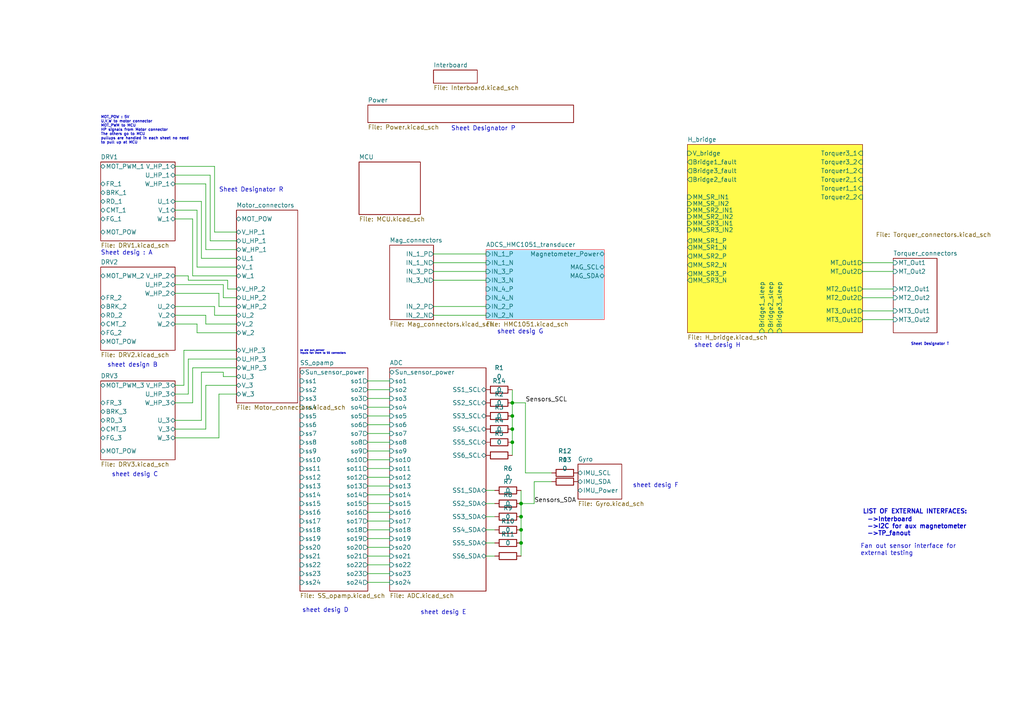
<source format=kicad_sch>
(kicad_sch (version 20211123) (generator eeschema)
  (paper "A4")
  (lib_symbols
    (symbol "Device:R" (pin_numbers hide) (pin_names (offset 0))
      (property "Reference" "R" (at 2.032 0 90))
      (property "Value" "R" (at 0 0 90))
      (symbol "R_0_1"
        (rectangle (start -1.016 -2.54) (end 1.016 2.54) (stroke (width 0.254)))
      )
      (symbol "R_1_1"
        (pin passive line (at 0 3.81 270) (length 1.27) (name "~") (number "1"))
        (pin passive line (at 0 -3.81 90) (length 1.27) (name "~") (number "2"))
      )
    )
  )
  (junction (at 148.59 120.65))
  (junction (at 148.59 116.84))
  (junction (at 148.59 128.27))
  (junction (at 151.13 157.48))
  (junction (at 151.13 146.05))
  (junction (at 151.13 153.67))
  (junction (at 151.13 149.86))
  (junction (at 148.59 124.46))
  (wire (pts (xy 148.59 113.03) (xy 148.59 116.84)))
  (wire (pts (xy 64.77 107.95) (xy 64.77 109.22)))
  (wire (pts (xy 50.8 111.76) (xy 53.34 111.76)))
  (wire (pts (xy 106.68 125.73) (xy 113.03 125.73)))
  (wire (pts (xy 50.8 127) (xy 63.5 127)))
  (wire (pts (xy 63.5 127) (xy 63.5 114.3)))
  (wire (pts (xy 106.68 138.43) (xy 113.03 138.43)))
  (wire (pts (xy 55.88 63.5) (xy 50.8 63.5)))
  (wire (pts (xy 50.8 50.8) (xy 60.96 50.8)))
  (wire (pts (xy 125.73 76.2) (xy 140.97 76.2)))
  (wire (pts (xy 106.68 128.27) (xy 113.03 128.27)))
  (wire (pts (xy 54.61 104.14) (xy 68.58 104.14)))
  (wire (pts (xy 59.69 72.39) (xy 68.58 72.39)))
  (wire (pts (xy 250.19 92.71) (xy 259.08 92.71)))
  (wire (pts (xy 50.8 121.92) (xy 58.42 121.92)))
  (wire (pts (xy 66.04 81.28) (xy 66.04 83.82)))
  (wire (pts (xy 106.68 148.59) (xy 113.03 148.59)))
  (wire (pts (xy 50.8 80.01) (xy 54.61 80.01)))
  (wire (pts (xy 50.8 48.26) (xy 62.23 48.26)))
  (wire (pts (xy 62.23 88.9) (xy 62.23 91.44)))
  (wire (pts (xy 151.13 157.48) (xy 151.13 161.29)))
  (wire (pts (xy 50.8 82.55) (xy 64.77 82.55)))
  (wire (pts (xy 148.59 116.84) (xy 148.59 120.65)))
  (wire (pts (xy 59.69 111.76) (xy 59.69 124.46)))
  (wire (pts (xy 59.69 124.46) (xy 50.8 124.46)))
  (wire (pts (xy 148.59 120.65) (xy 148.59 124.46)))
  (wire (pts (xy 57.15 93.98) (xy 50.8 93.98)))
  (wire (pts (xy 151.13 142.24) (xy 151.13 146.05)))
  (wire (pts (xy 106.68 168.91) (xy 113.03 168.91)))
  (wire (pts (xy 106.68 140.97) (xy 113.03 140.97)))
  (wire (pts (xy 63.5 88.9) (xy 68.58 88.9)))
  (wire (pts (xy 106.68 151.13) (xy 113.03 151.13)))
  (wire (pts (xy 250.19 86.36) (xy 259.08 86.36)))
  (wire (pts (xy 106.68 133.35) (xy 113.03 133.35)))
  (wire (pts (xy 57.15 60.96) (xy 57.15 77.47)))
  (wire (pts (xy 125.73 88.9) (xy 140.97 88.9)))
  (wire (pts (xy 50.8 91.44) (xy 59.69 91.44)))
  (wire (pts (xy 148.59 128.27) (xy 148.59 132.08)))
  (wire (pts (xy 50.8 85.09) (xy 63.5 85.09)))
  (wire (pts (xy 58.42 74.93) (xy 58.42 58.42)))
  (wire (pts (xy 154.94 139.7) (xy 154.94 146.05)))
  (wire (pts (xy 140.97 161.29) (xy 143.51 161.29)))
  (wire (pts (xy 62.23 48.26) (xy 62.23 67.31)))
  (wire (pts (xy 106.68 120.65) (xy 113.03 120.65)))
  (wire (pts (xy 64.77 82.55) (xy 64.77 86.36)))
  (wire (pts (xy 160.02 137.16) (xy 152.4 137.16)))
  (wire (pts (xy 125.73 91.44) (xy 140.97 91.44)))
  (wire (pts (xy 106.68 110.49) (xy 113.03 110.49)))
  (wire (pts (xy 106.68 130.81) (xy 113.03 130.81)))
  (wire (pts (xy 53.34 101.6) (xy 68.58 101.6)))
  (wire (pts (xy 106.68 163.83) (xy 113.03 163.83)))
  (wire (pts (xy 53.34 111.76) (xy 53.34 101.6)))
  (wire (pts (xy 125.73 78.74) (xy 140.97 78.74)))
  (wire (pts (xy 160.02 139.7) (xy 154.94 139.7)))
  (wire (pts (xy 68.58 106.68) (xy 55.88 106.68)))
  (wire (pts (xy 55.88 80.01) (xy 55.88 63.5)))
  (wire (pts (xy 62.23 67.31) (xy 68.58 67.31)))
  (wire (pts (xy 55.88 106.68) (xy 55.88 116.84)))
  (wire (pts (xy 140.97 153.67) (xy 143.51 153.67)))
  (wire (pts (xy 54.61 114.3) (xy 54.61 104.14)))
  (wire (pts (xy 140.97 157.48) (xy 143.51 157.48)))
  (wire (pts (xy 57.15 77.47) (xy 68.58 77.47)))
  (wire (pts (xy 106.68 153.67) (xy 113.03 153.67)))
  (wire (pts (xy 59.69 91.44) (xy 59.69 93.98)))
  (wire (pts (xy 250.19 83.82) (xy 259.08 83.82)))
  (wire (pts (xy 55.88 116.84) (xy 50.8 116.84)))
  (wire (pts (xy 57.15 96.52) (xy 57.15 93.98)))
  (wire (pts (xy 50.8 88.9) (xy 62.23 88.9)))
  (wire (pts (xy 68.58 111.76) (xy 59.69 111.76)))
  (wire (pts (xy 106.68 115.57) (xy 113.03 115.57)))
  (wire (pts (xy 106.68 166.37) (xy 113.03 166.37)))
  (wire (pts (xy 54.61 81.28) (xy 66.04 81.28)))
  (wire (pts (xy 250.19 76.2) (xy 259.08 76.2)))
  (wire (pts (xy 106.68 123.19) (xy 113.03 123.19)))
  (wire (pts (xy 58.42 121.92) (xy 58.42 107.95)))
  (wire (pts (xy 125.73 81.28) (xy 140.97 81.28)))
  (wire (pts (xy 106.68 135.89) (xy 113.03 135.89)))
  (wire (pts (xy 250.19 90.17) (xy 259.08 90.17)))
  (wire (pts (xy 148.59 124.46) (xy 148.59 128.27)))
  (wire (pts (xy 151.13 146.05) (xy 154.94 146.05)))
  (wire (pts (xy 50.8 114.3) (xy 54.61 114.3)))
  (wire (pts (xy 50.8 60.96) (xy 57.15 60.96)))
  (wire (pts (xy 59.69 93.98) (xy 68.58 93.98)))
  (wire (pts (xy 106.68 161.29) (xy 113.03 161.29)))
  (wire (pts (xy 66.04 83.82) (xy 68.58 83.82)))
  (wire (pts (xy 68.58 80.01) (xy 55.88 80.01)))
  (wire (pts (xy 152.4 137.16) (xy 152.4 116.84)))
  (wire (pts (xy 63.5 114.3) (xy 68.58 114.3)))
  (wire (pts (xy 140.97 146.05) (xy 143.51 146.05)))
  (wire (pts (xy 140.97 142.24) (xy 143.51 142.24)))
  (wire (pts (xy 151.13 146.05) (xy 151.13 149.86)))
  (wire (pts (xy 148.59 116.84) (xy 152.4 116.84)))
  (wire (pts (xy 106.68 158.75) (xy 113.03 158.75)))
  (wire (pts (xy 106.68 113.03) (xy 113.03 113.03)))
  (wire (pts (xy 106.68 146.05) (xy 113.03 146.05)))
  (wire (pts (xy 68.58 96.52) (xy 57.15 96.52)))
  (wire (pts (xy 151.13 153.67) (xy 151.13 157.48)))
  (wire (pts (xy 62.23 91.44) (xy 68.58 91.44)))
  (wire (pts (xy 140.97 149.86) (xy 143.51 149.86)))
  (wire (pts (xy 106.68 143.51) (xy 113.03 143.51)))
  (wire (pts (xy 106.68 156.21) (xy 113.03 156.21)))
  (wire (pts (xy 125.73 73.66) (xy 140.97 73.66)))
  (wire (pts (xy 63.5 85.09) (xy 63.5 88.9)))
  (wire (pts (xy 58.42 107.95) (xy 64.77 107.95)))
  (wire (pts (xy 59.69 53.34) (xy 59.69 72.39)))
  (wire (pts (xy 68.58 74.93) (xy 58.42 74.93)))
  (wire (pts (xy 151.13 149.86) (xy 151.13 153.67)))
  (wire (pts (xy 60.96 69.85) (xy 68.58 69.85)))
  (wire (pts (xy 106.68 118.11) (xy 113.03 118.11)))
  (wire (pts (xy 64.77 86.36) (xy 68.58 86.36)))
  (wire (pts (xy 58.42 58.42) (xy 50.8 58.42)))
  (wire (pts (xy 60.96 50.8) (xy 60.96 69.85)))
  (wire (pts (xy 64.77 109.22) (xy 68.58 109.22)))
  (wire (pts (xy 250.19 78.74) (xy 259.08 78.74)))
  (wire (pts (xy 50.8 53.34) (xy 59.69 53.34)))
  (wire (pts (xy 54.61 80.01) (xy 54.61 81.28)))
  (text "ss are sun_sensor \ninputs fan them to SS connectors\n" (at 86.995 102.87 0) (effects (font (size 0.508 0.508)) (justify left bottom)))
  (text "Sheet desig : A\n\n" (at 29.21 76.2 0) (effects (font (size 1.27 1.27)) (justify left bottom)))
  (text "Sheet Designator R\n" (at 63.5 55.88 0) (effects (font (size 1.27 1.27)) (justify left bottom)))
  (text "sheet desig D\n" (at 87.63 177.8 0) (effects (font (size 1.27 1.27)) (justify left bottom)))
  (text "->Interboard\n->I2C for aux magnetometer\n->TP_fanout" (at 251.46 155.575 0) (effects (font (size 1.27 1.27) bold) (justify left bottom)))
  (text "Sheet Designator T \n" (at 264.16 100.33 0) (effects (font (size 0.762 0.762)) (justify left bottom)))
  (text "sheet design B\n" (at 31.115 106.68 0) (effects (font (size 1.27 1.27)) (justify left bottom)))
  (text "sheet desig G\n\n" (at 144.145 99.06 0) (effects (font (size 1.27 1.27)) (justify left bottom)))
  (text "sheet desig E\n" (at 121.92 178.435 0) (effects (font (size 1.27 1.27)) (justify left bottom)))
  (text "Sheet Designator P\n" (at 130.81 38.1 0) (effects (font (size 1.27 1.27)) (justify left bottom)))
  (text "sheet desig F" (at 183.515 141.605 0) (effects (font (size 1.27 1.27)) (justify left bottom)))
  (text "Fan out sensor interface for \nexternal testing \n" (at 249.555 161.29 0) (effects (font (size 1.27 1.27)) (justify left bottom)))
  (text "sheet desig C \n" (at 32.385 138.43 0) (effects (font (size 1.27 1.27)) (justify left bottom)))
  (text "MOT_POW : 5V \nU,V,W to motor connector\nMOT_PWM to MCU\nHP signals from Motor connector\nThe others go to MCU \npullups are handled in each sheet no need \nto pull up at MCU \n" (at 29.21 41.91 0) (effects (font (size 0.762 0.762)) (justify left bottom)))
  (text "LIST OF EXTERNAL INTERFACES:\n" (at 250.19 149.225 0) (effects (font (size 1.27 1.27) (thickness 0.254) bold) (justify left bottom)))
  (text "sheet desig H\n" (at 201.295 100.965 0) (effects (font (size 1.27 1.27)) (justify left bottom)))
  (label "Sensors_SDA" (at 154.94 146.05 0))
  (label "Sensors_SCL" (at 152.4 116.84 0))
  (symbol (lib_id "Device:R") (at 163.83 139.7 90) (unit 1)
    (property "Reference" "R13" (at 163.83 133.35 90))
    (property "Value" "0" (at 163.83 135.89 90))
  )
  (symbol (lib_id "Device:R") (at 144.78 124.46 90) (unit 1)
    (property "Reference" "R3" (at 144.78 118.11 90))
    (property "Value" "0" (at 144.78 120.65 90))
  )
  (symbol (lib_id "Device:R") (at 144.78 128.27 90) (unit 1)
    (property "Reference" "R4" (at 144.78 121.92 90))
    (property "Value" "0" (at 144.78 124.46 90))
  )
  (symbol (lib_id "Device:R") (at 147.32 142.24 90) (unit 1)
    (property "Reference" "R6" (at 147.32 135.89 90))
    (property "Value" "0" (at 147.32 138.43 90))
  )
  (symbol (lib_id "Device:R") (at 144.78 132.08 90) (unit 1)
    (property "Reference" "R5" (at 144.78 125.73 90))
    (property "Value" "0" (at 144.78 128.27 90))
  )
  (symbol (lib_id "Device:R") (at 147.32 149.86 90) (unit 1)
    (property "Reference" "R8" (at 147.32 143.51 90))
    (property "Value" "0" (at 147.32 146.05 90))
  )
  (symbol (lib_id "Device:R") (at 147.32 157.48 90) (unit 1)
    (property "Reference" "R10" (at 147.32 151.13 90))
    (property "Value" "0" (at 147.32 153.67 90))
  )
  (symbol (lib_id "Device:R") (at 163.83 137.16 90) (unit 1)
    (property "Reference" "R12" (at 163.83 130.81 90))
    (property "Value" "0" (at 163.83 133.35 90))
  )
  (symbol (lib_id "Device:R") (at 144.78 120.65 90) (unit 1)
    (property "Reference" "R2" (at 144.78 114.3 90))
    (property "Value" "0" (at 144.78 116.84 90))
  )
  (symbol (lib_id "Device:R") (at 147.32 146.05 90) (unit 1)
    (property "Reference" "R7" (at 147.32 139.7 90))
    (property "Value" "0" (at 147.32 142.24 90))
  )
  (symbol (lib_id "Device:R") (at 144.78 113.03 90) (unit 1)
    (property "Reference" "R1" (at 144.78 106.68 90))
    (property "Value" "0" (at 144.78 109.22 90))
  )
  (symbol (lib_id "Device:R") (at 147.32 153.67 90) (unit 1)
    (property "Reference" "R9" (at 147.32 147.32 90))
    (property "Value" "0" (at 147.32 149.86 90))
  )
  (symbol (lib_id "Device:R") (at 144.78 116.84 90) (unit 1)
    (property "Reference" "R14" (at 144.78 110.49 90))
    (property "Value" "0" (at 144.78 113.03 90))
  )
  (symbol (lib_id "Device:R") (at 147.32 161.29 90) (unit 1)
    (property "Reference" "R11" (at 147.32 154.94 90))
    (property "Value" "0" (at 147.32 157.48 90))
  )
  (sheet (at 104.14 46.99) (size 17.78 15.24) (stroke (width 0.1524))
    (property "Sheet name" "MCU" (at 104.14 46.2784 0) (effects (justify left bottom)))
    (property "Sheet file" "MCU.kicad_sch" (at 104.14 62.8146 0) (effects (justify left top)))
  )
  (sheet (at 68.58 60.96) (size 17.78 55.88) (stroke (width 0.1524))
    (property "Sheet name" "Motor_connectors" (at 68.58 60.2484 0) (effects (justify left bottom)))
    (property "Sheet file" "Motor_connectors.kicad_sch" (at 68.58 117.4246 0) (effects (justify left top)))
    (pin "V_1" bidirectional (at 68.58 77.47 180))
    (pin "MOT_POW" bidirectional (at 68.58 63.5 180))
    (pin "W_1" bidirectional (at 68.58 80.01 180))
    (pin "W_HP_1" bidirectional (at 68.58 72.39 180))
    (pin "U_HP_2" bidirectional (at 68.58 86.36 180))
    (pin "V_2" bidirectional (at 68.58 93.98 180))
    (pin "W_2" bidirectional (at 68.58 96.52 180))
    (pin "U_2" bidirectional (at 68.58 91.44 180))
    (pin "V_HP_1" bidirectional (at 68.58 67.31 180))
    (pin "U_1" bidirectional (at 68.58 74.93 180))
    (pin "U_HP_1" bidirectional (at 68.58 69.85 180))
    (pin "V_HP_2" bidirectional (at 68.58 83.82 180))
    (pin "W_HP_2" bidirectional (at 68.58 88.9 180))
    (pin "V_3" bidirectional (at 68.58 111.76 180))
    (pin "W_3" bidirectional (at 68.58 114.3 180))
    (pin "V_HP_3" bidirectional (at 68.58 101.6 180))
    (pin "U_HP_3" bidirectional (at 68.58 104.14 180))
    (pin "U_3" bidirectional (at 68.58 109.22 180))
    (pin "W_HP_3" bidirectional (at 68.58 106.68 180))
  )
  (sheet (at 259.08 74.93) (size 12.7 21.59) (stroke (width 0.1524))
    (property "Sheet name" "Torquer_connectors" (at 259.08 74.2184 0) (effects (justify left bottom)))
    (property "Sheet file" "Torquer_connectors.kicad_sch" (at 254 67.31 0) (effects (justify left top)))
    (pin "MT3_Out1" input (at 259.08 90.17 180))
    (pin "MT2_Out1" input (at 259.08 83.82 180))
    (pin "MT2_Out2" input (at 259.08 86.36 180))
    (pin "MT3_Out2" input (at 259.08 92.71 180))
    (pin "MT_Out1" input (at 259.08 76.2 180))
    (pin "MT_Out2" input (at 259.08 78.74 180))
  )
  (sheet (at 113.03 106.68) (size 27.94 64.77) (stroke (width 0.1524))
    (property "Sheet name" "ADC" (at 113.03 105.9684 0) (effects (justify left bottom)))
    (property "Sheet file" "ADC.kicad_sch" (at 113.03 172.0346 0) (effects (justify left top)))
    (pin "SS2_SDA" bidirectional (at 140.97 146.05 0))
    (pin "SS2_SCL" bidirectional (at 140.97 116.84 0))
    (pin "Sun_sensor_power" bidirectional (at 113.03 107.95 180))
    (pin "so5" input (at 113.03 120.65 180))
    (pin "so7" input (at 113.03 125.73 180))
    (pin "so6" input (at 113.03 123.19 180))
    (pin "so8" input (at 113.03 128.27 180))
    (pin "so17" input (at 113.03 151.13 180))
    (pin "so18" input (at 113.03 153.67 180))
    (pin "so20" input (at 113.03 158.75 180))
    (pin "so19" input (at 113.03 156.21 180))
    (pin "SS5_SCL" bidirectional (at 140.97 128.27 0))
    (pin "SS5_SDA" bidirectional (at 140.97 157.48 0))
    (pin "so21" input (at 113.03 161.29 180))
    (pin "so22" input (at 113.03 163.83 180))
    (pin "so23" input (at 113.03 166.37 180))
    (pin "so24" input (at 113.03 168.91 180))
    (pin "so4" input (at 113.03 118.11 180))
    (pin "so3" input (at 113.03 115.57 180))
    (pin "so12" input (at 113.03 138.43 180))
    (pin "so11" input (at 113.03 135.89 180))
    (pin "so9" input (at 113.03 130.81 180))
    (pin "SS3_SDA" bidirectional (at 140.97 149.86 0))
    (pin "SS3_SCL" bidirectional (at 140.97 120.65 0))
    (pin "SS6_SDA" bidirectional (at 140.97 161.29 0))
    (pin "SS6_SCL" bidirectional (at 140.97 132.08 0))
    (pin "so10" input (at 113.03 133.35 180))
    (pin "so13" input (at 113.03 140.97 180))
    (pin "SS4_SDA" bidirectional (at 140.97 153.67 0))
    (pin "SS4_SCL" bidirectional (at 140.97 124.46 0))
    (pin "so15" input (at 113.03 146.05 180))
    (pin "so14" input (at 113.03 143.51 180))
    (pin "so16" input (at 113.03 148.59 180))
    (pin "so1" input (at 113.03 110.49 180))
    (pin "SS1_SDA" bidirectional (at 140.97 142.24 0))
    (pin "SS1_SCL" bidirectional (at 140.97 113.03 0))
    (pin "so2" input (at 113.03 113.03 180))
  )
  (sheet (at 29.21 110.49) (size 21.59 22.86) (stroke (width 0.1524))
    (property "Sheet name" "DRV3" (at 29.21 109.7784 0) (effects (justify left bottom)))
    (property "Sheet file" "DRV3.kicad_sch" (at 29.21 133.9346 0) (effects (justify left top)))
    (pin "W_3" bidirectional (at 50.8 127 0))
    (pin "RD_3" bidirectional (at 29.21 121.92 180))
    (pin "CMT_3" bidirectional (at 29.21 124.46 180))
    (pin "BRK_3" bidirectional (at 29.21 119.38 180))
    (pin "MOT_PWM_3" bidirectional (at 29.21 111.76 180))
    (pin "U_3" bidirectional (at 50.8 121.92 0))
    (pin "FG_3" bidirectional (at 29.21 127 180))
    (pin "FR_3" bidirectional (at 29.21 116.84 180))
    (pin "MOT_POW" bidirectional (at 29.21 130.81 180))
    (pin "V_3" bidirectional (at 50.8 124.46 0))
    (pin "V_HP_3" bidirectional (at 50.8 111.76 0))
    (pin "W_HP_3" bidirectional (at 50.8 116.84 0))
    (pin "U_HP_3" bidirectional (at 50.8 114.3 0))
  )
  (sheet (at 29.21 46.99) (size 21.59 22.86) (stroke (width 0.1524))
    (property "Sheet name" "DRV1" (at 29.21 46.2784 0) (effects (justify left bottom)))
    (property "Sheet file" "DRV1.kicad_sch" (at 29.21 70.4346 0) (effects (justify left top)))
    (pin "MOT_POW" bidirectional (at 29.21 67.31 180))
    (pin "W_1" bidirectional (at 50.8 63.5 0))
    (pin "V_HP_1" bidirectional (at 50.8 48.26 0))
    (pin "U_HP_1" bidirectional (at 50.8 50.8 0))
    (pin "W_HP_1" bidirectional (at 50.8 53.34 0))
    (pin "FR_1" bidirectional (at 29.21 53.34 180))
    (pin "BRK_1" bidirectional (at 29.21 55.88 180))
    (pin "RD_1" bidirectional (at 29.21 58.42 180))
    (pin "MOT_PWM_1" bidirectional (at 29.21 48.26 180))
    (pin "CMT_1" bidirectional (at 29.21 60.96 180))
    (pin "FG_1" bidirectional (at 29.21 63.5 180))
    (pin "V_1" bidirectional (at 50.8 60.96 0))
    (pin "U_1" bidirectional (at 50.8 58.42 0))
  )
  (sheet (at 125.73 20.32) (size 12.7 3.81) (stroke (width 0.1524))
    (property "Sheet name" "Interboard" (at 125.73 19.6084 0) (effects (justify left bottom)))
    (property "Sheet file" "Interboard.kicad_sch" (at 125.73 24.7146 0) (effects (justify left top)))
  )
  (sheet (at 113.03 71.12) (size 12.7 21.59) (stroke (width 0.1524))
    (property "Sheet name" "Mag_connectors" (at 113.03 70.4084 0) (effects (justify left bottom)))
    (property "Sheet file" "Mag_connectors.kicad_sch" (at 113.03 93.2946 0) (effects (justify left top)))
    (pin "IN_3_N" output (at 125.73 81.28 0))
    (pin "IN_3_P" output (at 125.73 78.74 0))
    (pin "IN_1_N" output (at 125.73 76.2 0))
    (pin "IN_1_P" output (at 125.73 73.66 0))
    (pin "IN_2_P" output (at 125.73 88.9 0))
    (pin "IN_2_N" output (at 125.73 91.44 0))
  )
  (sheet (at 140.97 72.39) (size 34.29 20.32) (stroke (width 0.1524) (color 255 46 44 1)) (fill (color 173 230 255 1.0000))
    (property "Sheet name" "ADCS_HMC1051_transducer" (at 140.97 71.6784 0) (effects (justify left bottom)))
    (property "Sheet file" "HMC1051.kicad_sch" (at 140.97 93.2946 0) (effects (justify left top)))
    (pin "IN_1_P" input (at 140.97 73.66 180))
    (pin "IN_1_N" input (at 140.97 76.2 180))
    (pin "IN_3_P" input (at 140.97 78.74 180))
    (pin "IN_3_N" input (at 140.97 81.28 180))
    (pin "IN_4_P" input (at 140.97 83.82 180))
    (pin "IN_4_N" input (at 140.97 86.36 180))
    (pin "MAG_SCL" bidirectional (at 175.26 77.47 0))
    (pin "MAG_SDA" bidirectional (at 175.26 80.01 0))
    (pin "Magnetometer_Power" bidirectional (at 175.26 73.66 0))
    (pin "IN_2_P" input (at 140.97 88.9 180))
    (pin "IN_2_N" input (at 140.97 91.44 180))
  )
  (sheet (at 167.64 134.62) (size 12.7 10.16) (stroke (width 0.1524))
    (property "Sheet name" "Gyro" (at 167.64 133.9084 0) (effects (justify left bottom)))
    (property "Sheet file" "Gyro.kicad_sch" (at 167.64 145.3646 0) (effects (justify left top)))
    (pin "IMU_SCL" bidirectional (at 167.64 137.16 180))
    (pin "IMU_SDA" bidirectional (at 167.64 139.7 180))
    (pin "IMU_Power" bidirectional (at 167.64 142.24 180))
  )
  (sheet (at 199.39 41.91) (size 50.8 54.61) (stroke (width 0.1524)) (fill (color 255 252 76 1.0000))
    (property "Sheet name" "H_bridge" (at 199.39 41.1984 0) (effects (justify left bottom)))
    (property "Sheet file" "H_bridge.kicad_sch" (at 199.39 97.1046 0) (effects (justify left top)))
    (pin "V_bridge" input (at 199.39 44.45 180))
    (pin "Bridge2_fault" output (at 199.39 52.07 180))
    (pin "MT2_Out1" output (at 250.19 83.82 0))
    (pin "MT_Out1" output (at 250.19 76.2 0))
    (pin "MT2_Out2" output (at 250.19 86.36 0))
    (pin "MT_Out2" output (at 250.19 78.74 0))
    (pin "MM_SR3_IN1" input (at 199.39 64.77 180))
    (pin "MM_SR2_IN2" input (at 199.39 62.865 180))
    (pin "MM_SR2_IN1" input (at 199.39 60.96 180))
    (pin "MM_SR3_IN2" input (at 199.39 66.675 180))
    (pin "Bridge3_fault" output (at 199.39 49.53 180))
    (pin "MM_SR3_N" output (at 199.39 81.28 180))
    (pin "MM_SR2_N" output (at 199.39 76.835 180))
    (pin "MM_SR3_P" output (at 199.39 79.375 180))
    (pin "MM_SR2_P" output (at 199.39 74.295 180))
    (pin "Bridge1_fault" output (at 199.39 46.99 180))
    (pin "MM_SR_IN2" input (at 199.39 59.055 180))
    (pin "Torquer3_1" input (at 250.19 44.45 0))
    (pin "Torquer3_2" input (at 250.19 46.99 0))
    (pin "MM_SR_IN1" input (at 199.39 57.15 180))
    (pin "MT3_Out2" output (at 250.19 92.71 0))
    (pin "MM_SR1_P" output (at 199.39 69.85 180))
    (pin "MT3_Out1" output (at 250.19 90.17 0))
    (pin "MM_SR1_N" output (at 199.39 71.755 180))
    (pin "Bridge1_sleep" input (at 220.98 96.52 270))
    (pin "Torquer1_2" input (at 250.19 49.53 0))
    (pin "Torquer2_1" input (at 250.19 52.07 0))
    (pin "Torquer1_1" input (at 250.19 54.61 0))
    (pin "Torquer2_2" input (at 250.19 57.15 0))
    (pin "Bridge3_sleep" input (at 226.06 96.52 270))
    (pin "Bridge2_sleep" input (at 223.52 96.52 270))
  )
  (sheet (at 86.995 106.68) (size 19.685 64.77) (stroke (width 0.1524))
    (property "Sheet name" "SS_opamp" (at 86.995 105.9684 0) (effects (justify left bottom)))
    (property "Sheet file" "SS_opamp.kicad_sch" (at 86.995 172.0346 0) (effects (justify left top)))
    (pin "so13" output (at 106.68 140.97 0))
    (pin "ss15" input (at 86.995 146.05 180))
    (pin "ss14" input (at 86.995 143.51 180))
    (pin "so15" output (at 106.68 146.05 0))
    (pin "ss16" input (at 86.995 148.59 180))
    (pin "ss13" input (at 86.995 140.97 180))
    (pin "ss17" input (at 86.995 151.13 180))
    (pin "so14" output (at 106.68 143.51 0))
    (pin "so19" output (at 106.68 156.21 0))
    (pin "so16" output (at 106.68 148.59 0))
    (pin "ss19" input (at 86.995 156.21 180))
    (pin "so1" output (at 106.68 110.49 0))
    (pin "ss1" input (at 86.995 110.49 180))
    (pin "ss2" input (at 86.995 113.03 180))
    (pin "so2" output (at 106.68 113.03 0))
    (pin "so4" output (at 106.68 118.11 0))
    (pin "ss3" input (at 86.995 115.57 180))
    (pin "ss4" input (at 86.995 118.11 180))
    (pin "so3" output (at 106.68 115.57 0))
    (pin "Sun_sensor_power" bidirectional (at 86.995 107.95 180))
    (pin "so17" output (at 106.68 151.13 0))
    (pin "so7" output (at 106.68 125.73 0))
    (pin "ss7" input (at 86.995 125.73 180))
    (pin "ss18" input (at 86.995 153.67 180))
    (pin "so18" output (at 106.68 153.67 0))
    (pin "ss21" input (at 86.995 161.29 180))
    (pin "ss20" input (at 86.995 158.75 180))
    (pin "so20" output (at 106.68 158.75 0))
    (pin "so10" output (at 106.68 133.35 0))
    (pin "ss10" input (at 86.995 133.35 180))
    (pin "so11" output (at 106.68 135.89 0))
    (pin "ss12" input (at 86.995 138.43 180))
    (pin "so9" output (at 106.68 130.81 0))
    (pin "so6" output (at 106.68 123.19 0))
    (pin "ss9" input (at 86.995 130.81 180))
    (pin "ss11" input (at 86.995 135.89 180))
    (pin "so22" output (at 106.68 163.83 0))
    (pin "so24" output (at 106.68 168.91 0))
    (pin "ss22" input (at 86.995 163.83 180))
    (pin "so23" output (at 106.68 166.37 0))
    (pin "ss24" input (at 86.995 168.91 180))
    (pin "so21" output (at 106.68 161.29 0))
    (pin "ss23" input (at 86.995 166.37 180))
    (pin "ss5" input (at 86.995 120.65 180))
    (pin "ss8" input (at 86.995 128.27 180))
    (pin "ss6" input (at 86.995 123.19 180))
    (pin "so5" output (at 106.68 120.65 0))
    (pin "so8" output (at 106.68 128.27 0))
    (pin "so12" output (at 106.68 138.43 0))
  )
  (sheet (at 106.68 30.48) (size 59.69 5.08) (stroke (width 0.1524))
    (property "Sheet name" "Power" (at 106.68 29.7684 0) (effects (justify left bottom)))
    (property "Sheet file" "Power.kicad_sch" (at 106.68 36.1446 0) (effects (justify left top)))
  )
  (sheet (at 29.21 77.47) (size 21.59 24.13) (stroke (width 0.1524))
    (property "Sheet name" "DRV2" (at 29.21 76.7584 0) (effects (justify left bottom)))
    (property "Sheet file" "DRV2.kicad_sch" (at 29.21 102.1846 0) (effects (justify left top)))
    (pin "W_HP_2" bidirectional (at 50.8 85.09 0))
    (pin "V_HP_2" bidirectional (at 50.8 80.01 0))
    (pin "U_HP_2" bidirectional (at 50.8 82.55 0))
    (pin "W_2" bidirectional (at 50.8 93.98 0))
    (pin "BRK_2" bidirectional (at 29.21 88.9 180))
    (pin "CMT_2" bidirectional (at 29.21 93.98 180))
    (pin "MOT_PWM_2" bidirectional (at 29.21 80.01 180))
    (pin "RD_2" bidirectional (at 29.21 91.44 180))
    (pin "MOT_POW" bidirectional (at 29.21 99.06 180))
    (pin "FR_2" bidirectional (at 29.21 86.36 180))
    (pin "FG_2" bidirectional (at 29.21 96.52 180))
    (pin "U_2" bidirectional (at 50.8 88.9 0))
    (pin "V_2" bidirectional (at 50.8 91.44 0))
  )
)
</source>
